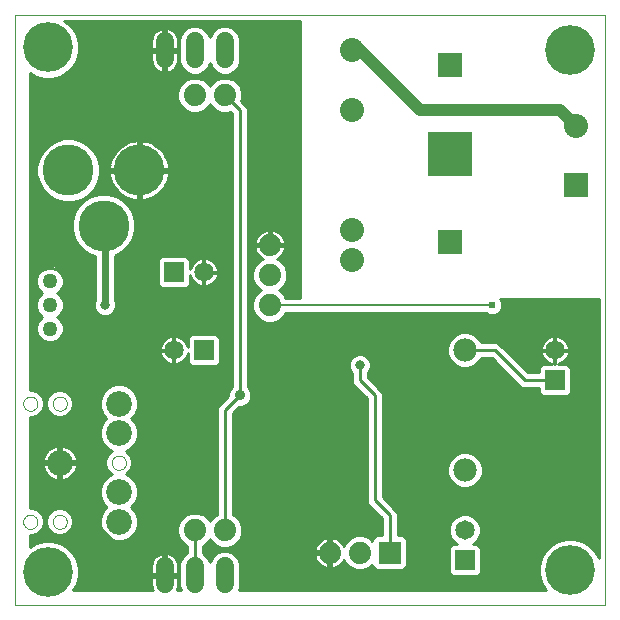
<source format=gbl>
G75*
G70*
%OFA0B0*%
%FSLAX24Y24*%
%IPPOS*%
%LPD*%
%AMOC8*
5,1,8,0,0,1.08239X$1,22.5*
%
%ADD10C,0.0000*%
%ADD11C,0.0800*%
%ADD12C,0.0740*%
%ADD13C,0.0780*%
%ADD14R,0.0650X0.0650*%
%ADD15C,0.0650*%
%ADD16C,0.0860*%
%ADD17R,0.0740X0.0740*%
%ADD18C,0.1700*%
%ADD19C,0.0600*%
%ADD20C,0.0500*%
%ADD21R,0.0800X0.0800*%
%ADD22R,0.0827X0.0827*%
%ADD23R,0.1502X0.1502*%
%ADD24C,0.0317*%
%ADD25C,0.0080*%
%ADD26C,0.0100*%
%ADD27C,0.0356*%
%ADD28C,0.0240*%
%ADD29C,0.1660*%
%ADD30C,0.0240*%
%ADD31C,0.0400*%
D10*
X001750Y000100D02*
X001750Y019785D01*
X021435Y019785D01*
X021435Y000100D01*
X001750Y000100D01*
X002030Y002881D02*
X002032Y002911D01*
X002038Y002941D01*
X002047Y002970D01*
X002060Y002997D01*
X002077Y003022D01*
X002096Y003045D01*
X002119Y003066D01*
X002144Y003083D01*
X002170Y003097D01*
X002199Y003107D01*
X002228Y003114D01*
X002258Y003117D01*
X002289Y003116D01*
X002319Y003111D01*
X002348Y003102D01*
X002375Y003090D01*
X002401Y003075D01*
X002425Y003056D01*
X002446Y003034D01*
X002464Y003010D01*
X002479Y002983D01*
X002490Y002955D01*
X002498Y002926D01*
X002502Y002896D01*
X002502Y002866D01*
X002498Y002836D01*
X002490Y002807D01*
X002479Y002779D01*
X002464Y002752D01*
X002446Y002728D01*
X002425Y002706D01*
X002401Y002687D01*
X002375Y002672D01*
X002348Y002660D01*
X002319Y002651D01*
X002289Y002646D01*
X002258Y002645D01*
X002228Y002648D01*
X002199Y002655D01*
X002170Y002665D01*
X002144Y002679D01*
X002119Y002696D01*
X002096Y002717D01*
X002077Y002740D01*
X002060Y002765D01*
X002047Y002792D01*
X002038Y002821D01*
X002032Y002851D01*
X002030Y002881D01*
X003014Y002881D02*
X003016Y002911D01*
X003022Y002941D01*
X003031Y002970D01*
X003044Y002997D01*
X003061Y003022D01*
X003080Y003045D01*
X003103Y003066D01*
X003128Y003083D01*
X003154Y003097D01*
X003183Y003107D01*
X003212Y003114D01*
X003242Y003117D01*
X003273Y003116D01*
X003303Y003111D01*
X003332Y003102D01*
X003359Y003090D01*
X003385Y003075D01*
X003409Y003056D01*
X003430Y003034D01*
X003448Y003010D01*
X003463Y002983D01*
X003474Y002955D01*
X003482Y002926D01*
X003486Y002896D01*
X003486Y002866D01*
X003482Y002836D01*
X003474Y002807D01*
X003463Y002779D01*
X003448Y002752D01*
X003430Y002728D01*
X003409Y002706D01*
X003385Y002687D01*
X003359Y002672D01*
X003332Y002660D01*
X003303Y002651D01*
X003273Y002646D01*
X003242Y002645D01*
X003212Y002648D01*
X003183Y002655D01*
X003154Y002665D01*
X003128Y002679D01*
X003103Y002696D01*
X003080Y002717D01*
X003061Y002740D01*
X003044Y002765D01*
X003031Y002792D01*
X003022Y002821D01*
X003016Y002851D01*
X003014Y002881D01*
X004983Y004850D02*
X004985Y004880D01*
X004991Y004910D01*
X005000Y004939D01*
X005013Y004966D01*
X005030Y004991D01*
X005049Y005014D01*
X005072Y005035D01*
X005097Y005052D01*
X005123Y005066D01*
X005152Y005076D01*
X005181Y005083D01*
X005211Y005086D01*
X005242Y005085D01*
X005272Y005080D01*
X005301Y005071D01*
X005328Y005059D01*
X005354Y005044D01*
X005378Y005025D01*
X005399Y005003D01*
X005417Y004979D01*
X005432Y004952D01*
X005443Y004924D01*
X005451Y004895D01*
X005455Y004865D01*
X005455Y004835D01*
X005451Y004805D01*
X005443Y004776D01*
X005432Y004748D01*
X005417Y004721D01*
X005399Y004697D01*
X005378Y004675D01*
X005354Y004656D01*
X005328Y004641D01*
X005301Y004629D01*
X005272Y004620D01*
X005242Y004615D01*
X005211Y004614D01*
X005181Y004617D01*
X005152Y004624D01*
X005123Y004634D01*
X005097Y004648D01*
X005072Y004665D01*
X005049Y004686D01*
X005030Y004709D01*
X005013Y004734D01*
X005000Y004761D01*
X004991Y004790D01*
X004985Y004820D01*
X004983Y004850D01*
X003014Y006819D02*
X003016Y006849D01*
X003022Y006879D01*
X003031Y006908D01*
X003044Y006935D01*
X003061Y006960D01*
X003080Y006983D01*
X003103Y007004D01*
X003128Y007021D01*
X003154Y007035D01*
X003183Y007045D01*
X003212Y007052D01*
X003242Y007055D01*
X003273Y007054D01*
X003303Y007049D01*
X003332Y007040D01*
X003359Y007028D01*
X003385Y007013D01*
X003409Y006994D01*
X003430Y006972D01*
X003448Y006948D01*
X003463Y006921D01*
X003474Y006893D01*
X003482Y006864D01*
X003486Y006834D01*
X003486Y006804D01*
X003482Y006774D01*
X003474Y006745D01*
X003463Y006717D01*
X003448Y006690D01*
X003430Y006666D01*
X003409Y006644D01*
X003385Y006625D01*
X003359Y006610D01*
X003332Y006598D01*
X003303Y006589D01*
X003273Y006584D01*
X003242Y006583D01*
X003212Y006586D01*
X003183Y006593D01*
X003154Y006603D01*
X003128Y006617D01*
X003103Y006634D01*
X003080Y006655D01*
X003061Y006678D01*
X003044Y006703D01*
X003031Y006730D01*
X003022Y006759D01*
X003016Y006789D01*
X003014Y006819D01*
X002030Y006819D02*
X002032Y006849D01*
X002038Y006879D01*
X002047Y006908D01*
X002060Y006935D01*
X002077Y006960D01*
X002096Y006983D01*
X002119Y007004D01*
X002144Y007021D01*
X002170Y007035D01*
X002199Y007045D01*
X002228Y007052D01*
X002258Y007055D01*
X002289Y007054D01*
X002319Y007049D01*
X002348Y007040D01*
X002375Y007028D01*
X002401Y007013D01*
X002425Y006994D01*
X002446Y006972D01*
X002464Y006948D01*
X002479Y006921D01*
X002490Y006893D01*
X002498Y006864D01*
X002502Y006834D01*
X002502Y006804D01*
X002498Y006774D01*
X002490Y006745D01*
X002479Y006717D01*
X002464Y006690D01*
X002446Y006666D01*
X002425Y006644D01*
X002401Y006625D01*
X002375Y006610D01*
X002348Y006598D01*
X002319Y006589D01*
X002289Y006584D01*
X002258Y006583D01*
X002228Y006586D01*
X002199Y006593D01*
X002170Y006603D01*
X002144Y006617D01*
X002119Y006634D01*
X002096Y006655D01*
X002077Y006678D01*
X002060Y006703D01*
X002047Y006730D01*
X002038Y006759D01*
X002032Y006789D01*
X002030Y006819D01*
D11*
X013000Y011596D03*
X013000Y012596D03*
X013000Y016596D03*
X013000Y018596D03*
X020450Y016069D03*
D12*
X010250Y012100D03*
X010250Y011100D03*
X010250Y010100D03*
X008750Y017100D03*
X007750Y017100D03*
X007750Y002600D03*
X008750Y002600D03*
X012250Y001850D03*
X013250Y001850D03*
D13*
X016750Y004600D03*
X016750Y008600D03*
D14*
X019750Y007600D03*
X016750Y001600D03*
X008050Y008600D03*
X007050Y011200D03*
D15*
X008050Y011200D03*
X007050Y008600D03*
X016750Y002600D03*
X019750Y008600D03*
D16*
X005219Y006819D03*
X005219Y005834D03*
X003250Y004850D03*
X005219Y003866D03*
X005219Y002881D03*
D17*
X014250Y001850D03*
D18*
X004713Y012750D03*
X005894Y014600D03*
X003531Y014600D03*
D19*
X006750Y018300D02*
X006750Y018900D01*
X007750Y018900D02*
X007750Y018300D01*
X008750Y018300D02*
X008750Y018900D01*
X008750Y001400D02*
X008750Y000800D01*
X007750Y000800D02*
X007750Y001400D01*
X006750Y001400D02*
X006750Y000800D01*
D20*
X002915Y009322D03*
X002915Y010110D03*
X002915Y010897D03*
D21*
X020450Y014100D03*
D22*
X016250Y012194D03*
X016250Y018100D03*
D23*
X016250Y015147D03*
D24*
X014250Y008500D03*
X013250Y008100D03*
X019250Y004600D03*
X004750Y010100D03*
X002750Y016850D03*
D25*
X010250Y010100D02*
X017670Y010100D01*
X019750Y008600D02*
X019750Y008580D01*
X014250Y008500D02*
X014250Y008440D01*
X006710Y001140D02*
X006750Y001100D01*
X006710Y001140D02*
X006150Y001140D01*
X004220Y003070D01*
X003990Y003300D01*
D26*
X004220Y003070D02*
X003270Y004020D01*
X003270Y004820D01*
X003300Y004828D02*
X004772Y004828D01*
X004772Y004761D02*
X004772Y004939D01*
X004840Y005103D01*
X004966Y005228D01*
X004987Y005237D01*
X004856Y005292D01*
X004676Y005472D01*
X004579Y005707D01*
X004579Y005962D01*
X004676Y006197D01*
X004806Y006326D01*
X004676Y006456D01*
X004579Y006691D01*
X004579Y006946D01*
X004676Y007181D01*
X004856Y007361D01*
X005091Y007459D01*
X005346Y007459D01*
X005581Y007361D01*
X005761Y007181D01*
X005859Y006946D01*
X005859Y006691D01*
X005761Y006456D01*
X005631Y006326D01*
X005761Y006197D01*
X005859Y005962D01*
X005859Y005707D01*
X005761Y005472D01*
X005581Y005292D01*
X005450Y005237D01*
X005471Y005228D01*
X005597Y005103D01*
X005665Y004939D01*
X005665Y004761D01*
X005597Y004597D01*
X005471Y004472D01*
X005450Y004463D01*
X005581Y004408D01*
X005761Y004228D01*
X005859Y003993D01*
X005859Y003738D01*
X005761Y003503D01*
X005631Y003374D01*
X005761Y003244D01*
X005859Y003009D01*
X005859Y002754D01*
X005761Y002519D01*
X005581Y002339D01*
X005346Y002241D01*
X005091Y002241D01*
X004856Y002339D01*
X004676Y002519D01*
X004579Y002754D01*
X004579Y003009D01*
X004676Y003244D01*
X004806Y003374D01*
X004676Y003503D01*
X004579Y003738D01*
X004579Y003993D01*
X004676Y004228D01*
X004856Y004408D01*
X004987Y004463D01*
X004966Y004472D01*
X004840Y004597D01*
X004772Y004761D01*
X004785Y004730D02*
X003818Y004730D01*
X003816Y004714D02*
X003829Y004800D01*
X003300Y004800D01*
X003300Y004900D01*
X003829Y004900D01*
X003816Y004986D01*
X003788Y005073D01*
X003746Y005154D01*
X003692Y005228D01*
X003628Y005292D01*
X003554Y005346D01*
X003473Y005388D01*
X003386Y005416D01*
X003300Y005429D01*
X003300Y004900D01*
X003200Y004900D01*
X003200Y005429D01*
X003114Y005416D01*
X003027Y005388D01*
X002946Y005346D01*
X002872Y005292D01*
X002808Y005228D01*
X002754Y005154D01*
X002712Y005073D01*
X002684Y004986D01*
X002671Y004900D01*
X003200Y004900D01*
X003200Y004800D01*
X003300Y004800D01*
X003300Y004271D01*
X003386Y004284D01*
X003473Y004312D01*
X003554Y004354D01*
X003628Y004408D01*
X003692Y004472D01*
X003746Y004546D01*
X003788Y004627D01*
X003816Y004714D01*
X003789Y004631D02*
X004826Y004631D01*
X004905Y004533D02*
X003736Y004533D01*
X003654Y004434D02*
X004918Y004434D01*
X004783Y004336D02*
X003518Y004336D01*
X003300Y004336D02*
X003200Y004336D01*
X003200Y004271D02*
X003200Y004800D01*
X002671Y004800D01*
X002684Y004714D01*
X002712Y004627D01*
X002754Y004546D01*
X002808Y004472D01*
X002872Y004408D01*
X002946Y004354D01*
X003027Y004312D01*
X003114Y004284D01*
X003200Y004271D01*
X003200Y004434D02*
X003300Y004434D01*
X003300Y004533D02*
X003200Y004533D01*
X003200Y004631D02*
X003300Y004631D01*
X003300Y004730D02*
X003200Y004730D01*
X003200Y004828D02*
X002250Y004828D01*
X002250Y004730D02*
X002682Y004730D01*
X002711Y004631D02*
X002250Y004631D01*
X002250Y004533D02*
X002764Y004533D01*
X002846Y004434D02*
X002250Y004434D01*
X002250Y004336D02*
X002982Y004336D01*
X003200Y004927D02*
X003300Y004927D01*
X003300Y005025D02*
X003200Y005025D01*
X003200Y005124D02*
X003300Y005124D01*
X003300Y005222D02*
X003200Y005222D01*
X003200Y005321D02*
X003300Y005321D01*
X003300Y005419D02*
X003200Y005419D01*
X003135Y005419D02*
X002250Y005419D01*
X002250Y005321D02*
X002911Y005321D01*
X002803Y005222D02*
X002250Y005222D01*
X002250Y005124D02*
X002738Y005124D01*
X002697Y005025D02*
X002250Y005025D01*
X002250Y004927D02*
X002675Y004927D01*
X002250Y005518D02*
X004657Y005518D01*
X004616Y005616D02*
X002250Y005616D01*
X002250Y005715D02*
X004579Y005715D01*
X004579Y005813D02*
X002250Y005813D01*
X002250Y005912D02*
X004579Y005912D01*
X004599Y006010D02*
X002250Y006010D01*
X002250Y006109D02*
X004639Y006109D01*
X004686Y006207D02*
X002250Y006207D01*
X002250Y006306D02*
X004785Y006306D01*
X004728Y006404D02*
X003415Y006404D01*
X003339Y006372D02*
X003503Y006440D01*
X003628Y006566D01*
X003696Y006730D01*
X003696Y006907D01*
X003628Y007071D01*
X003503Y007197D01*
X003339Y007265D01*
X003161Y007265D01*
X002997Y007197D01*
X002872Y007071D01*
X002804Y006907D01*
X002804Y006730D01*
X002872Y006566D01*
X002997Y006440D01*
X003161Y006372D01*
X003339Y006372D01*
X003085Y006404D02*
X002431Y006404D01*
X002355Y006372D02*
X002519Y006440D01*
X002644Y006566D01*
X002712Y006730D01*
X002712Y006907D01*
X002644Y007071D01*
X002519Y007197D01*
X002355Y007265D01*
X002250Y007265D01*
X002250Y017840D01*
X002455Y017721D01*
X002719Y017651D01*
X002993Y017651D01*
X003258Y017721D01*
X003495Y017858D01*
X003688Y018052D01*
X003825Y018289D01*
X003896Y018554D01*
X003896Y018827D01*
X003825Y019092D01*
X003688Y019329D01*
X003495Y019523D01*
X003404Y019575D01*
X011250Y019575D01*
X011250Y010350D01*
X010774Y010350D01*
X010742Y010429D01*
X010579Y010592D01*
X010559Y010600D01*
X010579Y010608D01*
X010742Y010771D01*
X010830Y010985D01*
X010830Y011215D01*
X010742Y011429D01*
X010579Y011592D01*
X010479Y011633D01*
X010523Y011655D01*
X010589Y011703D01*
X010647Y011761D01*
X010695Y011827D01*
X010732Y011900D01*
X010757Y011978D01*
X010770Y012059D01*
X010770Y012070D01*
X010280Y012070D01*
X010280Y012130D01*
X010220Y012130D01*
X010220Y012620D01*
X010209Y012620D01*
X010128Y012607D01*
X010050Y012582D01*
X009977Y012545D01*
X009911Y012497D01*
X009853Y012439D01*
X009805Y012373D01*
X009768Y012300D01*
X009743Y012222D01*
X009730Y012141D01*
X009730Y012130D01*
X010220Y012130D01*
X010220Y012070D01*
X009730Y012070D01*
X009730Y012059D01*
X009743Y011978D01*
X009768Y011900D01*
X009805Y011827D01*
X009853Y011761D01*
X009911Y011703D01*
X009977Y011655D01*
X010021Y011633D01*
X009921Y011592D01*
X009758Y011429D01*
X009670Y011215D01*
X009670Y010985D01*
X009758Y010771D01*
X009921Y010608D01*
X009941Y010600D01*
X009921Y010592D01*
X009758Y010429D01*
X009670Y010215D01*
X009670Y009985D01*
X009758Y009771D01*
X009921Y009608D01*
X010135Y009520D01*
X010365Y009520D01*
X010579Y009608D01*
X010742Y009771D01*
X010774Y009850D01*
X017453Y009850D01*
X017483Y009820D01*
X017604Y009770D01*
X017736Y009770D01*
X017857Y009820D01*
X017950Y009913D01*
X018000Y010034D01*
X018000Y010166D01*
X017950Y010287D01*
X017937Y010300D01*
X021225Y010300D01*
X021225Y001675D01*
X021223Y001682D01*
X021086Y001920D01*
X020892Y002113D01*
X020655Y002250D01*
X020391Y002321D01*
X020117Y002321D01*
X019853Y002250D01*
X019615Y002113D01*
X019422Y001920D01*
X019285Y001682D01*
X019214Y001418D01*
X019214Y001144D01*
X019285Y000880D01*
X019422Y000643D01*
X019464Y000600D01*
X009219Y000600D01*
X009260Y000699D01*
X009260Y001501D01*
X009182Y001689D01*
X009039Y001832D01*
X008851Y001910D01*
X008649Y001910D01*
X008461Y001832D01*
X008318Y001689D01*
X008250Y001526D01*
X008182Y001689D01*
X008039Y001832D01*
X008010Y001844D01*
X008010Y002080D01*
X008079Y002108D01*
X008242Y002271D01*
X008250Y002291D01*
X008258Y002271D01*
X008421Y002108D01*
X008635Y002020D01*
X008865Y002020D01*
X009079Y002108D01*
X009242Y002271D01*
X009330Y002485D01*
X009330Y002715D01*
X009242Y002929D01*
X009079Y003092D01*
X009010Y003120D01*
X009010Y006492D01*
X009230Y006712D01*
X009327Y006712D01*
X009470Y006771D01*
X009579Y006880D01*
X009638Y007023D01*
X009638Y007177D01*
X009579Y007320D01*
X009510Y007389D01*
X013093Y007389D01*
X013030Y007453D02*
X013490Y006992D01*
X013490Y003548D01*
X013530Y003453D01*
X013990Y002992D01*
X013990Y002430D01*
X013793Y002430D01*
X013670Y002307D01*
X013670Y002250D01*
X013579Y002342D01*
X013365Y002430D01*
X013135Y002430D01*
X012921Y002342D01*
X012758Y002179D01*
X012717Y002079D01*
X012695Y002123D01*
X012647Y002189D01*
X012589Y002247D01*
X012523Y002295D01*
X012450Y002332D01*
X012372Y002357D01*
X012300Y002369D01*
X012300Y001900D01*
X012200Y001900D01*
X012200Y002369D01*
X012128Y002357D01*
X012050Y002332D01*
X011977Y002295D01*
X011911Y002247D01*
X011853Y002189D01*
X011805Y002123D01*
X011768Y002050D01*
X011743Y001972D01*
X011731Y001900D01*
X012200Y001900D01*
X012200Y001800D01*
X012300Y001800D01*
X012300Y001331D01*
X012372Y001343D01*
X012450Y001368D01*
X012523Y001405D01*
X012589Y001453D01*
X012647Y001511D01*
X012695Y001577D01*
X012717Y001621D01*
X012758Y001521D01*
X012921Y001358D01*
X013135Y001270D01*
X013365Y001270D01*
X013579Y001358D01*
X013670Y001450D01*
X013670Y001393D01*
X013793Y001270D01*
X014707Y001270D01*
X014830Y001393D01*
X014830Y002307D01*
X014707Y002430D01*
X014510Y002430D01*
X014510Y003152D01*
X014470Y003247D01*
X014397Y003320D01*
X014010Y003708D01*
X014010Y007152D01*
X013970Y007247D01*
X013897Y007320D01*
X013510Y007708D01*
X013510Y007839D01*
X013562Y007891D01*
X013618Y008027D01*
X013618Y008173D01*
X013562Y008309D01*
X013459Y008412D01*
X013323Y008468D01*
X013177Y008468D01*
X013041Y008412D01*
X012938Y008309D01*
X012882Y008173D01*
X012882Y008027D01*
X012938Y007891D01*
X012990Y007839D01*
X012990Y007548D01*
X013030Y007453D01*
X013015Y007488D02*
X009510Y007488D01*
X009510Y007586D02*
X012990Y007586D01*
X012990Y007685D02*
X009510Y007685D01*
X009510Y007783D02*
X012990Y007783D01*
X012947Y007882D02*
X009510Y007882D01*
X009510Y007980D02*
X012901Y007980D01*
X012882Y008079D02*
X009510Y008079D01*
X009510Y008177D02*
X012883Y008177D01*
X012924Y008276D02*
X009510Y008276D01*
X009510Y008374D02*
X013003Y008374D01*
X013250Y008100D02*
X013250Y007600D01*
X013750Y007100D01*
X013750Y003600D01*
X014250Y003100D01*
X014250Y001850D01*
X014830Y001873D02*
X016215Y001873D01*
X016215Y001775D02*
X014830Y001775D01*
X014830Y001676D02*
X016215Y001676D01*
X016215Y001578D02*
X014830Y001578D01*
X014830Y001479D02*
X016215Y001479D01*
X016215Y001381D02*
X014817Y001381D01*
X014719Y001282D02*
X016215Y001282D01*
X016215Y001188D02*
X016338Y001065D01*
X017162Y001065D01*
X017285Y001188D01*
X017285Y002012D01*
X017162Y002135D01*
X017025Y002135D01*
X017053Y002146D01*
X017204Y002297D01*
X017285Y002494D01*
X017285Y002706D01*
X017204Y002903D01*
X017053Y003054D01*
X016856Y003135D01*
X016644Y003135D01*
X016447Y003054D01*
X016296Y002903D01*
X016215Y002706D01*
X016215Y002494D01*
X016296Y002297D01*
X016447Y002146D01*
X016475Y002135D01*
X016338Y002135D01*
X016215Y002012D01*
X016215Y001188D01*
X016220Y001184D02*
X009260Y001184D01*
X009260Y001282D02*
X013106Y001282D01*
X012899Y001381D02*
X012474Y001381D01*
X012614Y001479D02*
X012801Y001479D01*
X012735Y001578D02*
X012695Y001578D01*
X012300Y001578D02*
X012200Y001578D01*
X012200Y001676D02*
X012300Y001676D01*
X012300Y001775D02*
X012200Y001775D01*
X012200Y001800D02*
X012200Y001331D01*
X012128Y001343D01*
X012050Y001368D01*
X011977Y001405D01*
X011911Y001453D01*
X011853Y001511D01*
X011805Y001577D01*
X011768Y001650D01*
X011743Y001728D01*
X011731Y001800D01*
X012200Y001800D01*
X012200Y001873D02*
X008941Y001873D01*
X009097Y001775D02*
X011735Y001775D01*
X011760Y001676D02*
X009188Y001676D01*
X009228Y001578D02*
X011805Y001578D01*
X011886Y001479D02*
X009260Y001479D01*
X009260Y001381D02*
X012026Y001381D01*
X012200Y001381D02*
X012300Y001381D01*
X012300Y001479D02*
X012200Y001479D01*
X012200Y001972D02*
X012300Y001972D01*
X012300Y002070D02*
X012200Y002070D01*
X012200Y002169D02*
X012300Y002169D01*
X012300Y002267D02*
X012200Y002267D01*
X012200Y002366D02*
X012300Y002366D01*
X012319Y002366D02*
X012979Y002366D01*
X012847Y002267D02*
X012561Y002267D01*
X012661Y002169D02*
X012754Y002169D01*
X012181Y002366D02*
X009281Y002366D01*
X009321Y002464D02*
X013990Y002464D01*
X013990Y002563D02*
X009330Y002563D01*
X009330Y002661D02*
X013990Y002661D01*
X013990Y002760D02*
X009312Y002760D01*
X009271Y002858D02*
X013990Y002858D01*
X013990Y002957D02*
X009214Y002957D01*
X009115Y003055D02*
X013927Y003055D01*
X013829Y003154D02*
X009010Y003154D01*
X009010Y003252D02*
X013730Y003252D01*
X013632Y003351D02*
X009010Y003351D01*
X009010Y003449D02*
X013533Y003449D01*
X013490Y003548D02*
X009010Y003548D01*
X009010Y003646D02*
X013490Y003646D01*
X013490Y003745D02*
X009010Y003745D01*
X009010Y003843D02*
X013490Y003843D01*
X013490Y003942D02*
X009010Y003942D01*
X009010Y004040D02*
X013490Y004040D01*
X013490Y004139D02*
X009010Y004139D01*
X009010Y004237D02*
X013490Y004237D01*
X013490Y004336D02*
X009010Y004336D01*
X009010Y004434D02*
X013490Y004434D01*
X013490Y004533D02*
X009010Y004533D01*
X009010Y004631D02*
X013490Y004631D01*
X013490Y004730D02*
X009010Y004730D01*
X009010Y004828D02*
X013490Y004828D01*
X013490Y004927D02*
X009010Y004927D01*
X009010Y005025D02*
X013490Y005025D01*
X013490Y005124D02*
X009010Y005124D01*
X009010Y005222D02*
X013490Y005222D01*
X013490Y005321D02*
X009010Y005321D01*
X009010Y005419D02*
X013490Y005419D01*
X013490Y005518D02*
X009010Y005518D01*
X009010Y005616D02*
X013490Y005616D01*
X013490Y005715D02*
X009010Y005715D01*
X009010Y005813D02*
X013490Y005813D01*
X013490Y005912D02*
X009010Y005912D01*
X009010Y006010D02*
X013490Y006010D01*
X013490Y006109D02*
X009010Y006109D01*
X009010Y006207D02*
X013490Y006207D01*
X013490Y006306D02*
X009010Y006306D01*
X009010Y006404D02*
X013490Y006404D01*
X013490Y006503D02*
X009020Y006503D01*
X009119Y006601D02*
X013490Y006601D01*
X013490Y006700D02*
X009217Y006700D01*
X009497Y006798D02*
X013490Y006798D01*
X013490Y006897D02*
X009586Y006897D01*
X009627Y006995D02*
X013487Y006995D01*
X013389Y007094D02*
X009638Y007094D01*
X009632Y007192D02*
X013290Y007192D01*
X013192Y007291D02*
X009591Y007291D01*
X009510Y007389D02*
X009510Y016652D01*
X009470Y016747D01*
X009302Y016916D01*
X009330Y016985D01*
X009330Y017215D01*
X009242Y017429D01*
X009079Y017592D01*
X008865Y017680D01*
X008635Y017680D01*
X008421Y017592D01*
X008258Y017429D01*
X008250Y017409D01*
X008242Y017429D01*
X008079Y017592D01*
X007865Y017680D01*
X007635Y017680D01*
X007421Y017592D01*
X007258Y017429D01*
X007170Y017215D01*
X007170Y016985D01*
X007258Y016771D01*
X007421Y016608D01*
X007635Y016520D01*
X007865Y016520D01*
X008079Y016608D01*
X008242Y016771D01*
X008250Y016791D01*
X008258Y016771D01*
X008421Y016608D01*
X008635Y016520D01*
X008865Y016520D01*
X008934Y016548D01*
X008990Y016492D01*
X008990Y007389D01*
X005514Y007389D01*
X005652Y007291D02*
X008909Y007291D01*
X008921Y007320D02*
X008862Y007177D01*
X008862Y007080D01*
X008603Y006820D01*
X008530Y006747D01*
X008490Y006652D01*
X008490Y003120D01*
X008421Y003092D01*
X008258Y002929D01*
X008250Y002909D01*
X008242Y002929D01*
X008079Y003092D01*
X007865Y003180D01*
X007635Y003180D01*
X007421Y003092D01*
X007258Y002929D01*
X007170Y002715D01*
X007170Y002485D01*
X007258Y002271D01*
X007421Y002108D01*
X007490Y002080D01*
X007490Y001844D01*
X007461Y001832D01*
X007318Y001689D01*
X007240Y001501D01*
X007240Y000699D01*
X007281Y000600D01*
X007153Y000600D01*
X007167Y000627D01*
X007189Y000695D01*
X007200Y000765D01*
X007200Y001050D01*
X006800Y001050D01*
X006800Y001150D01*
X006700Y001150D01*
X006700Y001848D01*
X006645Y001839D01*
X006577Y001817D01*
X006514Y001785D01*
X006457Y001743D01*
X006407Y001693D01*
X006365Y001636D01*
X006333Y001573D01*
X006311Y001505D01*
X006300Y001435D01*
X006300Y001150D01*
X006700Y001150D01*
X006700Y001050D01*
X006300Y001050D01*
X006300Y000765D01*
X006311Y000695D01*
X006333Y000627D01*
X006347Y000600D01*
X003707Y000600D01*
X003825Y000805D01*
X003896Y001069D01*
X003896Y001343D01*
X003825Y001608D01*
X003688Y001845D01*
X003495Y002038D01*
X003258Y002175D01*
X002993Y002246D01*
X002719Y002246D01*
X002455Y002175D01*
X002250Y002057D01*
X002250Y002435D01*
X002355Y002435D01*
X002519Y002503D01*
X002644Y002629D01*
X002712Y002793D01*
X002712Y002970D01*
X002644Y003134D01*
X002519Y003260D01*
X002355Y003328D01*
X002250Y003328D01*
X002250Y006372D01*
X002355Y006372D01*
X002581Y006503D02*
X002935Y006503D01*
X002857Y006601D02*
X002659Y006601D01*
X002699Y006700D02*
X002816Y006700D01*
X002804Y006798D02*
X002712Y006798D01*
X002712Y006897D02*
X002804Y006897D01*
X002840Y006995D02*
X002676Y006995D01*
X002622Y007094D02*
X002894Y007094D01*
X002992Y007192D02*
X002523Y007192D01*
X002250Y007291D02*
X004785Y007291D01*
X004687Y007192D02*
X003508Y007192D01*
X003606Y007094D02*
X004640Y007094D01*
X004599Y006995D02*
X003660Y006995D01*
X003696Y006897D02*
X004579Y006897D01*
X004579Y006798D02*
X003696Y006798D01*
X003684Y006700D02*
X004579Y006700D01*
X004616Y006601D02*
X003643Y006601D01*
X003565Y006503D02*
X004657Y006503D01*
X004923Y007389D02*
X002250Y007389D01*
X002250Y007488D02*
X008990Y007488D01*
X008990Y007586D02*
X002250Y007586D01*
X002250Y007685D02*
X008990Y007685D01*
X008990Y007783D02*
X002250Y007783D01*
X002250Y007882D02*
X008990Y007882D01*
X008990Y007980D02*
X002250Y007980D01*
X002250Y008079D02*
X007624Y008079D01*
X007638Y008065D02*
X008462Y008065D01*
X008585Y008188D01*
X008585Y009012D01*
X008462Y009135D01*
X007638Y009135D01*
X007515Y009012D01*
X007515Y008701D01*
X007513Y008711D01*
X007490Y008782D01*
X007456Y008849D01*
X007412Y008909D01*
X007359Y008962D01*
X007299Y009006D01*
X007232Y009040D01*
X007161Y009063D01*
X007087Y009075D01*
X007069Y009075D01*
X007069Y008619D01*
X007031Y008619D01*
X007031Y009075D01*
X007013Y009075D01*
X006939Y009063D01*
X006868Y009040D01*
X006801Y009006D01*
X006741Y008962D01*
X006688Y008909D01*
X006644Y008849D01*
X006610Y008782D01*
X006587Y008711D01*
X006575Y008637D01*
X006575Y008619D01*
X007031Y008619D01*
X007031Y008581D01*
X007069Y008581D01*
X007069Y008125D01*
X007087Y008125D01*
X007161Y008137D01*
X007232Y008160D01*
X007299Y008194D01*
X007359Y008238D01*
X007412Y008291D01*
X007456Y008351D01*
X007490Y008418D01*
X007513Y008489D01*
X007515Y008499D01*
X007515Y008188D01*
X007638Y008065D01*
X007526Y008177D02*
X007266Y008177D01*
X007397Y008276D02*
X007515Y008276D01*
X007515Y008374D02*
X007468Y008374D01*
X007508Y008473D02*
X007515Y008473D01*
X007495Y008768D02*
X007515Y008768D01*
X007515Y008867D02*
X007443Y008867D01*
X007515Y008965D02*
X007356Y008965D01*
X007160Y009064D02*
X007567Y009064D01*
X007069Y009064D02*
X007031Y009064D01*
X006940Y009064D02*
X003306Y009064D01*
X003305Y009062D02*
X003375Y009231D01*
X003375Y009414D01*
X003305Y009583D01*
X003176Y009712D01*
X003167Y009716D01*
X003176Y009720D01*
X003305Y009849D01*
X003375Y010018D01*
X003375Y010201D01*
X003305Y010370D01*
X003176Y010500D01*
X003167Y010504D01*
X003176Y010507D01*
X003305Y010637D01*
X003375Y010806D01*
X003375Y010989D01*
X003305Y011158D01*
X003176Y011287D01*
X003007Y011357D01*
X002824Y011357D01*
X002655Y011287D01*
X002525Y011158D01*
X002455Y010989D01*
X002455Y010806D01*
X002525Y010637D01*
X002655Y010507D01*
X002664Y010504D01*
X002655Y010500D01*
X002525Y010370D01*
X002455Y010201D01*
X002455Y010018D01*
X002525Y009849D01*
X002655Y009720D01*
X002664Y009716D01*
X002655Y009712D01*
X002525Y009583D01*
X002455Y009414D01*
X002455Y009231D01*
X002525Y009062D01*
X002655Y008932D01*
X002824Y008862D01*
X003007Y008862D01*
X003176Y008932D01*
X003305Y009062D01*
X003347Y009162D02*
X008990Y009162D01*
X008990Y009064D02*
X008533Y009064D01*
X008585Y008965D02*
X008990Y008965D01*
X008990Y008867D02*
X008585Y008867D01*
X008585Y008768D02*
X008990Y008768D01*
X008990Y008670D02*
X008585Y008670D01*
X008585Y008571D02*
X008990Y008571D01*
X008990Y008473D02*
X008585Y008473D01*
X008585Y008374D02*
X008990Y008374D01*
X008990Y008276D02*
X008585Y008276D01*
X008574Y008177D02*
X008990Y008177D01*
X008990Y008079D02*
X008476Y008079D01*
X008990Y007389D02*
X008921Y007320D01*
X008868Y007192D02*
X005750Y007192D01*
X005797Y007094D02*
X008862Y007094D01*
X008777Y006995D02*
X005838Y006995D01*
X005859Y006897D02*
X008679Y006897D01*
X008603Y006820D02*
X008603Y006820D01*
X008580Y006798D02*
X005859Y006798D01*
X005859Y006700D02*
X008510Y006700D01*
X008490Y006601D02*
X005821Y006601D01*
X005780Y006503D02*
X008490Y006503D01*
X008490Y006404D02*
X005709Y006404D01*
X005652Y006306D02*
X008490Y006306D01*
X008490Y006207D02*
X005751Y006207D01*
X005798Y006109D02*
X008490Y006109D01*
X008490Y006010D02*
X005838Y006010D01*
X005859Y005912D02*
X008490Y005912D01*
X008490Y005813D02*
X005859Y005813D01*
X005859Y005715D02*
X008490Y005715D01*
X008490Y005616D02*
X005821Y005616D01*
X005780Y005518D02*
X008490Y005518D01*
X008490Y005419D02*
X005708Y005419D01*
X005610Y005321D02*
X008490Y005321D01*
X008490Y005222D02*
X005478Y005222D01*
X005576Y005124D02*
X008490Y005124D01*
X008490Y005025D02*
X005629Y005025D01*
X005665Y004927D02*
X008490Y004927D01*
X008490Y004828D02*
X005665Y004828D01*
X005652Y004730D02*
X008490Y004730D01*
X008490Y004631D02*
X005611Y004631D01*
X005532Y004533D02*
X008490Y004533D01*
X008490Y004434D02*
X005519Y004434D01*
X005654Y004336D02*
X008490Y004336D01*
X008490Y004237D02*
X005752Y004237D01*
X005798Y004139D02*
X008490Y004139D01*
X008490Y004040D02*
X005839Y004040D01*
X005859Y003942D02*
X008490Y003942D01*
X008490Y003843D02*
X005859Y003843D01*
X005859Y003745D02*
X008490Y003745D01*
X008490Y003646D02*
X005820Y003646D01*
X005779Y003548D02*
X008490Y003548D01*
X008490Y003449D02*
X005707Y003449D01*
X005655Y003351D02*
X008490Y003351D01*
X008490Y003252D02*
X005753Y003252D01*
X005799Y003154D02*
X007571Y003154D01*
X007385Y003055D02*
X005839Y003055D01*
X005859Y002957D02*
X007286Y002957D01*
X007229Y002858D02*
X005859Y002858D01*
X005859Y002760D02*
X007188Y002760D01*
X007170Y002661D02*
X005820Y002661D01*
X005779Y002563D02*
X007170Y002563D01*
X007179Y002464D02*
X005706Y002464D01*
X005608Y002366D02*
X007219Y002366D01*
X007263Y002267D02*
X005407Y002267D01*
X005030Y002267D02*
X002250Y002267D01*
X002250Y002169D02*
X002443Y002169D01*
X002272Y002070D02*
X002250Y002070D01*
X002250Y002366D02*
X004829Y002366D01*
X004731Y002464D02*
X003408Y002464D01*
X003339Y002435D02*
X003503Y002503D01*
X003628Y002629D01*
X003696Y002793D01*
X003696Y002970D01*
X003628Y003134D01*
X003503Y003260D01*
X003339Y003328D01*
X003161Y003328D01*
X002997Y003260D01*
X002872Y003134D01*
X002804Y002970D01*
X002804Y002793D01*
X002872Y002629D01*
X002997Y002503D01*
X003161Y002435D01*
X003339Y002435D01*
X003092Y002464D02*
X002424Y002464D01*
X002578Y002563D02*
X002938Y002563D01*
X002858Y002661D02*
X002657Y002661D01*
X002698Y002760D02*
X002818Y002760D01*
X002804Y002858D02*
X002712Y002858D01*
X002712Y002957D02*
X002804Y002957D01*
X002839Y003055D02*
X002677Y003055D01*
X002625Y003154D02*
X002891Y003154D01*
X002989Y003252D02*
X002526Y003252D01*
X002250Y003351D02*
X004782Y003351D01*
X004730Y003449D02*
X002250Y003449D01*
X002250Y003548D02*
X004658Y003548D01*
X004617Y003646D02*
X002250Y003646D01*
X002250Y003745D02*
X004579Y003745D01*
X004579Y003843D02*
X002250Y003843D01*
X002250Y003942D02*
X004579Y003942D01*
X004598Y004040D02*
X002250Y004040D01*
X002250Y004139D02*
X004639Y004139D01*
X004685Y004237D02*
X002250Y004237D01*
X003511Y003252D02*
X004684Y003252D01*
X004638Y003154D02*
X003609Y003154D01*
X003661Y003055D02*
X004598Y003055D01*
X004579Y002957D02*
X003696Y002957D01*
X003696Y002858D02*
X004579Y002858D01*
X004579Y002760D02*
X003682Y002760D01*
X003642Y002661D02*
X004617Y002661D01*
X004658Y002563D02*
X003562Y002563D01*
X003270Y002169D02*
X007361Y002169D01*
X007490Y002070D02*
X003440Y002070D01*
X003562Y001972D02*
X007490Y001972D01*
X007490Y001873D02*
X003660Y001873D01*
X003729Y001775D02*
X006500Y001775D01*
X006394Y001676D02*
X003786Y001676D01*
X003833Y001578D02*
X006335Y001578D01*
X006307Y001479D02*
X003860Y001479D01*
X003886Y001381D02*
X006300Y001381D01*
X006300Y001282D02*
X003896Y001282D01*
X003896Y001184D02*
X006300Y001184D01*
X006300Y000987D02*
X003874Y000987D01*
X003896Y001085D02*
X006700Y001085D01*
X006700Y001184D02*
X006800Y001184D01*
X006800Y001150D02*
X006800Y001848D01*
X006855Y001839D01*
X006923Y001817D01*
X006986Y001785D01*
X007043Y001743D01*
X007093Y001693D01*
X007135Y001636D01*
X007167Y001573D01*
X007189Y001505D01*
X007200Y001435D01*
X007200Y001150D01*
X006800Y001150D01*
X006800Y001085D02*
X007240Y001085D01*
X007240Y000987D02*
X007200Y000987D01*
X007200Y000888D02*
X007240Y000888D01*
X007240Y000790D02*
X007200Y000790D01*
X007188Y000691D02*
X007243Y000691D01*
X007240Y001184D02*
X007200Y001184D01*
X007200Y001282D02*
X007240Y001282D01*
X007240Y001381D02*
X007200Y001381D01*
X007193Y001479D02*
X007240Y001479D01*
X007272Y001578D02*
X007165Y001578D01*
X007106Y001676D02*
X007312Y001676D01*
X007403Y001775D02*
X007000Y001775D01*
X006800Y001775D02*
X006700Y001775D01*
X006700Y001676D02*
X006800Y001676D01*
X006800Y001578D02*
X006700Y001578D01*
X006700Y001479D02*
X006800Y001479D01*
X006800Y001381D02*
X006700Y001381D01*
X006700Y001282D02*
X006800Y001282D01*
X006300Y000888D02*
X003848Y000888D01*
X003816Y000790D02*
X006300Y000790D01*
X006312Y000691D02*
X003760Y000691D01*
X007750Y001100D02*
X007750Y002600D01*
X008139Y002169D02*
X008361Y002169D01*
X008263Y002267D02*
X008237Y002267D01*
X008010Y002070D02*
X008514Y002070D01*
X008559Y001873D02*
X008010Y001873D01*
X008010Y001972D02*
X011743Y001972D01*
X011778Y002070D02*
X008986Y002070D01*
X009139Y002169D02*
X011839Y002169D01*
X011939Y002267D02*
X009237Y002267D01*
X008750Y002600D02*
X008750Y006600D01*
X009250Y007100D01*
X009250Y016600D01*
X008750Y017100D01*
X008364Y017535D02*
X008136Y017535D01*
X008234Y017436D02*
X008266Y017436D01*
X008521Y017633D02*
X007979Y017633D01*
X007948Y017830D02*
X008552Y017830D01*
X008461Y017868D02*
X008649Y017790D01*
X008851Y017790D01*
X009039Y017868D01*
X009182Y018011D01*
X009260Y018199D01*
X009260Y019001D01*
X009182Y019189D01*
X009039Y019332D01*
X008851Y019410D01*
X008649Y019410D01*
X008461Y019332D01*
X008318Y019189D01*
X008250Y019026D01*
X008182Y019189D01*
X008039Y019332D01*
X007851Y019410D01*
X007649Y019410D01*
X007461Y019332D01*
X007318Y019189D01*
X007240Y019001D01*
X007240Y018199D01*
X007318Y018011D01*
X007461Y017868D01*
X007649Y017790D01*
X007851Y017790D01*
X008039Y017868D01*
X008182Y018011D01*
X008250Y018174D01*
X008318Y018011D01*
X008461Y017868D01*
X008400Y017929D02*
X008100Y017929D01*
X008189Y018027D02*
X008311Y018027D01*
X008270Y018126D02*
X008230Y018126D01*
X007552Y017830D02*
X003446Y017830D01*
X003565Y017929D02*
X006496Y017929D01*
X006514Y017915D02*
X006577Y017883D01*
X006645Y017861D01*
X006700Y017852D01*
X006700Y018550D01*
X006800Y018550D01*
X006800Y018650D01*
X007200Y018650D01*
X007200Y018935D01*
X007189Y019005D01*
X007167Y019073D01*
X007135Y019136D01*
X007093Y019193D01*
X007043Y019243D01*
X006986Y019285D01*
X006923Y019317D01*
X006855Y019339D01*
X006800Y019348D01*
X006800Y018650D01*
X006700Y018650D01*
X006700Y019348D01*
X006645Y019339D01*
X006577Y019317D01*
X006514Y019285D01*
X006457Y019243D01*
X006407Y019193D01*
X006365Y019136D01*
X006333Y019073D01*
X006311Y019005D01*
X006300Y018935D01*
X006300Y018650D01*
X006700Y018650D01*
X006700Y018550D01*
X006300Y018550D01*
X006300Y018265D01*
X006311Y018195D01*
X006333Y018127D01*
X006365Y018064D01*
X006407Y018007D01*
X006457Y017957D01*
X006514Y017915D01*
X006392Y018027D02*
X003663Y018027D01*
X003731Y018126D02*
X006334Y018126D01*
X006306Y018224D02*
X003788Y018224D01*
X003834Y018323D02*
X006300Y018323D01*
X006300Y018421D02*
X003861Y018421D01*
X003887Y018520D02*
X006300Y018520D01*
X006300Y018717D02*
X003896Y018717D01*
X003896Y018815D02*
X006300Y018815D01*
X006300Y018914D02*
X003873Y018914D01*
X003847Y019012D02*
X006313Y019012D01*
X006352Y019111D02*
X003815Y019111D01*
X003758Y019209D02*
X006423Y019209D01*
X006559Y019308D02*
X003701Y019308D01*
X003611Y019406D02*
X007639Y019406D01*
X007861Y019406D02*
X008639Y019406D01*
X008861Y019406D02*
X011250Y019406D01*
X011250Y019308D02*
X009064Y019308D01*
X009162Y019209D02*
X011250Y019209D01*
X011250Y019111D02*
X009215Y019111D01*
X009256Y019012D02*
X011250Y019012D01*
X011250Y018914D02*
X009260Y018914D01*
X009260Y018815D02*
X011250Y018815D01*
X011250Y018717D02*
X009260Y018717D01*
X009260Y018618D02*
X011250Y018618D01*
X011250Y018520D02*
X009260Y018520D01*
X009260Y018421D02*
X011250Y018421D01*
X011250Y018323D02*
X009260Y018323D01*
X009260Y018224D02*
X011250Y018224D01*
X011250Y018126D02*
X009230Y018126D01*
X009189Y018027D02*
X011250Y018027D01*
X011250Y017929D02*
X009100Y017929D01*
X008948Y017830D02*
X011250Y017830D01*
X011250Y017732D02*
X003275Y017732D01*
X002438Y017732D02*
X002250Y017732D01*
X002250Y017830D02*
X002267Y017830D01*
X002250Y017633D02*
X007521Y017633D01*
X007364Y017535D02*
X002250Y017535D01*
X002250Y017436D02*
X007266Y017436D01*
X007221Y017338D02*
X002250Y017338D01*
X002250Y017239D02*
X007180Y017239D01*
X007170Y017141D02*
X002250Y017141D01*
X002250Y017042D02*
X007170Y017042D01*
X007187Y016944D02*
X002250Y016944D01*
X002250Y016845D02*
X007228Y016845D01*
X007283Y016747D02*
X002250Y016747D01*
X002250Y016648D02*
X007382Y016648D01*
X007563Y016550D02*
X002250Y016550D01*
X002250Y016451D02*
X008990Y016451D01*
X008990Y016353D02*
X002250Y016353D01*
X002250Y016254D02*
X008990Y016254D01*
X008990Y016156D02*
X002250Y016156D01*
X002250Y016057D02*
X008990Y016057D01*
X008990Y015959D02*
X002250Y015959D01*
X002250Y015860D02*
X008990Y015860D01*
X008990Y015762D02*
X002250Y015762D01*
X002250Y015663D02*
X008990Y015663D01*
X008990Y015565D02*
X006162Y015565D01*
X006171Y015562D02*
X006061Y015587D01*
X005950Y015600D01*
X005944Y015600D01*
X005944Y014650D01*
X006894Y014650D01*
X006894Y014656D01*
X006881Y014768D01*
X006856Y014877D01*
X006819Y014983D01*
X006770Y015084D01*
X006711Y015180D01*
X006641Y015267D01*
X006561Y015347D01*
X006473Y015417D01*
X006378Y015477D01*
X006277Y015525D01*
X006171Y015562D01*
X005944Y015565D02*
X005844Y015565D01*
X005844Y015600D02*
X005838Y015600D01*
X005726Y015587D01*
X005616Y015562D01*
X005510Y015525D01*
X005409Y015477D01*
X005314Y015417D01*
X005226Y015347D01*
X005147Y015267D01*
X005077Y015180D01*
X005017Y015084D01*
X004968Y014983D01*
X004931Y014877D01*
X004906Y014768D01*
X004894Y014656D01*
X004894Y014650D01*
X005844Y014650D01*
X005844Y015600D01*
X005844Y015466D02*
X005944Y015466D01*
X005944Y015368D02*
X005844Y015368D01*
X005844Y015269D02*
X005944Y015269D01*
X005944Y015171D02*
X005844Y015171D01*
X005844Y015072D02*
X005944Y015072D01*
X005944Y014974D02*
X005844Y014974D01*
X005844Y014875D02*
X005944Y014875D01*
X005944Y014777D02*
X005844Y014777D01*
X005844Y014678D02*
X005944Y014678D01*
X005944Y014650D02*
X005844Y014650D01*
X005844Y014550D01*
X005944Y014550D01*
X005944Y014650D01*
X005944Y014580D02*
X008990Y014580D01*
X008990Y014678D02*
X006891Y014678D01*
X006879Y014777D02*
X008990Y014777D01*
X008990Y014875D02*
X006857Y014875D01*
X006822Y014974D02*
X008990Y014974D01*
X008990Y015072D02*
X006776Y015072D01*
X006716Y015171D02*
X008990Y015171D01*
X008990Y015269D02*
X006639Y015269D01*
X006535Y015368D02*
X008990Y015368D01*
X008990Y015466D02*
X006395Y015466D01*
X005626Y015565D02*
X003981Y015565D01*
X003941Y015588D02*
X003671Y015660D01*
X003392Y015660D01*
X003122Y015588D01*
X002881Y015448D01*
X002683Y015251D01*
X002544Y015009D01*
X002471Y014740D01*
X002471Y014460D01*
X002544Y014191D01*
X002683Y013949D01*
X002881Y013752D01*
X003122Y013612D01*
X003392Y013540D01*
X003671Y013540D01*
X003941Y013612D01*
X004182Y013752D01*
X004380Y013949D01*
X004519Y014191D01*
X004591Y014460D01*
X004591Y014740D01*
X004519Y015009D01*
X004380Y015251D01*
X004182Y015448D01*
X003941Y015588D01*
X004151Y015466D02*
X005392Y015466D01*
X005252Y015368D02*
X004263Y015368D01*
X004362Y015269D02*
X005149Y015269D01*
X005071Y015171D02*
X004426Y015171D01*
X004483Y015072D02*
X005011Y015072D01*
X004965Y014974D02*
X004529Y014974D01*
X004555Y014875D02*
X004931Y014875D01*
X004908Y014777D02*
X004582Y014777D01*
X004591Y014678D02*
X004896Y014678D01*
X004894Y014550D02*
X004894Y014544D01*
X004906Y014432D01*
X004931Y014323D01*
X004968Y014217D01*
X005017Y014116D01*
X005077Y014020D01*
X005147Y013933D01*
X005226Y013853D01*
X005314Y013783D01*
X005409Y013723D01*
X005510Y013675D01*
X005616Y013638D01*
X005726Y013613D01*
X005838Y013600D01*
X005844Y013600D01*
X005844Y014550D01*
X004894Y014550D01*
X004901Y014481D02*
X004591Y014481D01*
X004591Y014580D02*
X005844Y014580D01*
X005844Y014481D02*
X005944Y014481D01*
X005944Y014550D02*
X005944Y013600D01*
X005950Y013600D01*
X006061Y013613D01*
X006171Y013638D01*
X006277Y013675D01*
X006378Y013723D01*
X006473Y013783D01*
X006561Y013853D01*
X006641Y013933D01*
X006711Y014020D01*
X006770Y014116D01*
X006819Y014217D01*
X006856Y014323D01*
X006881Y014432D01*
X006894Y014544D01*
X006894Y014550D01*
X005944Y014550D01*
X005944Y014383D02*
X005844Y014383D01*
X005844Y014284D02*
X005944Y014284D01*
X005944Y014186D02*
X005844Y014186D01*
X005844Y014087D02*
X005944Y014087D01*
X005944Y013989D02*
X005844Y013989D01*
X005844Y013890D02*
X005944Y013890D01*
X005944Y013792D02*
X005844Y013792D01*
X005844Y013693D02*
X005944Y013693D01*
X006315Y013693D02*
X008990Y013693D01*
X008990Y013595D02*
X005367Y013595D01*
X005363Y013598D02*
X005122Y013737D01*
X004852Y013810D01*
X004573Y013810D01*
X004303Y013737D01*
X004062Y013598D01*
X003864Y013400D01*
X003725Y013159D01*
X003653Y012889D01*
X003653Y012610D01*
X003725Y012340D01*
X003864Y012099D01*
X004062Y011901D01*
X004303Y011762D01*
X004420Y011731D01*
X004420Y010266D01*
X004382Y010173D01*
X004382Y010027D01*
X004438Y009891D01*
X004541Y009788D01*
X004677Y009732D01*
X004823Y009732D01*
X004959Y009788D01*
X005062Y009891D01*
X005118Y010027D01*
X005118Y010173D01*
X005080Y010266D01*
X005080Y011751D01*
X005122Y011762D01*
X005363Y011901D01*
X005561Y012099D01*
X005700Y012340D01*
X005773Y012610D01*
X005773Y012889D01*
X005700Y013159D01*
X005561Y013400D01*
X005363Y013598D01*
X005465Y013496D02*
X008990Y013496D01*
X008990Y013398D02*
X005563Y013398D01*
X005619Y013299D02*
X008990Y013299D01*
X008990Y013201D02*
X005676Y013201D01*
X005716Y013102D02*
X008990Y013102D01*
X008990Y013004D02*
X005742Y013004D01*
X005768Y012905D02*
X008990Y012905D01*
X008990Y012807D02*
X005773Y012807D01*
X005773Y012708D02*
X008990Y012708D01*
X008990Y012610D02*
X005772Y012610D01*
X005746Y012511D02*
X008990Y012511D01*
X008990Y012413D02*
X005720Y012413D01*
X005685Y012314D02*
X008990Y012314D01*
X008990Y012216D02*
X005628Y012216D01*
X005571Y012117D02*
X008990Y012117D01*
X008990Y012019D02*
X005481Y012019D01*
X005382Y011920D02*
X008990Y011920D01*
X008990Y011822D02*
X005225Y011822D01*
X005080Y011723D02*
X006626Y011723D01*
X006638Y011735D02*
X006515Y011612D01*
X006515Y010788D01*
X006638Y010665D01*
X007462Y010665D01*
X007585Y010788D01*
X007585Y011099D01*
X007587Y011089D01*
X007610Y011018D01*
X007644Y010951D01*
X007688Y010891D01*
X007741Y010838D01*
X007801Y010794D01*
X007868Y010760D01*
X007939Y010737D01*
X008013Y010725D01*
X008031Y010725D01*
X008031Y011181D01*
X008069Y011181D01*
X008069Y011219D01*
X008525Y011219D01*
X008525Y011237D01*
X008513Y011311D01*
X008490Y011382D01*
X008456Y011449D01*
X008412Y011509D01*
X008359Y011562D01*
X008299Y011606D01*
X008232Y011640D01*
X008161Y011663D01*
X008087Y011675D01*
X008069Y011675D01*
X008069Y011219D01*
X008031Y011219D01*
X008031Y011675D01*
X008013Y011675D01*
X007939Y011663D01*
X007868Y011640D01*
X007801Y011606D01*
X007741Y011562D01*
X007688Y011509D01*
X007644Y011449D01*
X007610Y011382D01*
X007587Y011311D01*
X007585Y011301D01*
X007585Y011612D01*
X007462Y011735D01*
X006638Y011735D01*
X006528Y011625D02*
X005080Y011625D01*
X005080Y011526D02*
X006515Y011526D01*
X006515Y011428D02*
X005080Y011428D01*
X005080Y011329D02*
X006515Y011329D01*
X006515Y011231D02*
X005080Y011231D01*
X005080Y011132D02*
X006515Y011132D01*
X006515Y011034D02*
X005080Y011034D01*
X005080Y010935D02*
X006515Y010935D01*
X006515Y010837D02*
X005080Y010837D01*
X005080Y010738D02*
X006565Y010738D01*
X007535Y010738D02*
X007935Y010738D01*
X008031Y010738D02*
X008069Y010738D01*
X008069Y010725D02*
X008087Y010725D01*
X008161Y010737D01*
X008232Y010760D01*
X008299Y010794D01*
X008359Y010838D01*
X008412Y010891D01*
X008456Y010951D01*
X008490Y011018D01*
X008513Y011089D01*
X008525Y011163D01*
X008525Y011181D01*
X008069Y011181D01*
X008069Y010725D01*
X008165Y010738D02*
X008990Y010738D01*
X008990Y010640D02*
X005080Y010640D01*
X005080Y010541D02*
X008990Y010541D01*
X008990Y010443D02*
X005080Y010443D01*
X005080Y010344D02*
X008990Y010344D01*
X008990Y010246D02*
X005089Y010246D01*
X005118Y010147D02*
X008990Y010147D01*
X008990Y010049D02*
X005118Y010049D01*
X005087Y009950D02*
X008990Y009950D01*
X008990Y009852D02*
X005023Y009852D01*
X004875Y009753D02*
X008990Y009753D01*
X008990Y009655D02*
X003234Y009655D01*
X003209Y009753D02*
X004625Y009753D01*
X004477Y009852D02*
X003306Y009852D01*
X003347Y009950D02*
X004413Y009950D01*
X004382Y010049D02*
X003375Y010049D01*
X003375Y010147D02*
X004382Y010147D01*
X004411Y010246D02*
X003357Y010246D01*
X003316Y010344D02*
X004420Y010344D01*
X004420Y010443D02*
X003233Y010443D01*
X003210Y010541D02*
X004420Y010541D01*
X004420Y010640D02*
X003307Y010640D01*
X003347Y010738D02*
X004420Y010738D01*
X004420Y010837D02*
X003375Y010837D01*
X003375Y010935D02*
X004420Y010935D01*
X004420Y011034D02*
X003357Y011034D01*
X003316Y011132D02*
X004420Y011132D01*
X004420Y011231D02*
X003233Y011231D01*
X003075Y011329D02*
X004420Y011329D01*
X004420Y011428D02*
X002250Y011428D01*
X002250Y011526D02*
X004420Y011526D01*
X004420Y011625D02*
X002250Y011625D01*
X002250Y011723D02*
X004420Y011723D01*
X004200Y011822D02*
X002250Y011822D01*
X002250Y011920D02*
X004043Y011920D01*
X003945Y012019D02*
X002250Y012019D01*
X002250Y012117D02*
X003854Y012117D01*
X003797Y012216D02*
X002250Y012216D01*
X002250Y012314D02*
X003740Y012314D01*
X003706Y012413D02*
X002250Y012413D01*
X002250Y012511D02*
X003679Y012511D01*
X003653Y012610D02*
X002250Y012610D01*
X002250Y012708D02*
X003653Y012708D01*
X003653Y012807D02*
X002250Y012807D01*
X002250Y012905D02*
X003657Y012905D01*
X003683Y013004D02*
X002250Y013004D01*
X002250Y013102D02*
X003710Y013102D01*
X003749Y013201D02*
X002250Y013201D01*
X002250Y013299D02*
X003806Y013299D01*
X003863Y013398D02*
X002250Y013398D01*
X002250Y013496D02*
X003960Y013496D01*
X003875Y013595D02*
X004058Y013595D01*
X004081Y013693D02*
X004227Y013693D01*
X004222Y013792D02*
X004506Y013792D01*
X004321Y013890D02*
X005189Y013890D01*
X005102Y013989D02*
X004402Y013989D01*
X004459Y014087D02*
X005035Y014087D01*
X004983Y014186D02*
X004516Y014186D01*
X004544Y014284D02*
X004945Y014284D01*
X004918Y014383D02*
X004571Y014383D01*
X004920Y013792D02*
X005304Y013792D01*
X005199Y013693D02*
X005472Y013693D01*
X006484Y013792D02*
X008990Y013792D01*
X008990Y013890D02*
X006598Y013890D01*
X006685Y013989D02*
X008990Y013989D01*
X008990Y014087D02*
X006752Y014087D01*
X006804Y014186D02*
X008990Y014186D01*
X008990Y014284D02*
X006843Y014284D01*
X006870Y014383D02*
X008990Y014383D01*
X008990Y014481D02*
X006887Y014481D01*
X007937Y016550D02*
X008563Y016550D01*
X008382Y016648D02*
X008118Y016648D01*
X008217Y016747D02*
X008283Y016747D01*
X009136Y017535D02*
X011250Y017535D01*
X011250Y017633D02*
X008979Y017633D01*
X009234Y017436D02*
X011250Y017436D01*
X011250Y017338D02*
X009279Y017338D01*
X009320Y017239D02*
X011250Y017239D01*
X011250Y017141D02*
X009330Y017141D01*
X009330Y017042D02*
X011250Y017042D01*
X011250Y016944D02*
X009313Y016944D01*
X009373Y016845D02*
X011250Y016845D01*
X011250Y016747D02*
X009471Y016747D01*
X009510Y016648D02*
X011250Y016648D01*
X011250Y016550D02*
X009510Y016550D01*
X009510Y016451D02*
X011250Y016451D01*
X011250Y016353D02*
X009510Y016353D01*
X009510Y016254D02*
X011250Y016254D01*
X011250Y016156D02*
X009510Y016156D01*
X009510Y016057D02*
X011250Y016057D01*
X011250Y015959D02*
X009510Y015959D01*
X009510Y015860D02*
X011250Y015860D01*
X011250Y015762D02*
X009510Y015762D01*
X009510Y015663D02*
X011250Y015663D01*
X011250Y015565D02*
X009510Y015565D01*
X009510Y015466D02*
X011250Y015466D01*
X011250Y015368D02*
X009510Y015368D01*
X009510Y015269D02*
X011250Y015269D01*
X011250Y015171D02*
X009510Y015171D01*
X009510Y015072D02*
X011250Y015072D01*
X011250Y014974D02*
X009510Y014974D01*
X009510Y014875D02*
X011250Y014875D01*
X011250Y014777D02*
X009510Y014777D01*
X009510Y014678D02*
X011250Y014678D01*
X011250Y014580D02*
X009510Y014580D01*
X009510Y014481D02*
X011250Y014481D01*
X011250Y014383D02*
X009510Y014383D01*
X009510Y014284D02*
X011250Y014284D01*
X011250Y014186D02*
X009510Y014186D01*
X009510Y014087D02*
X011250Y014087D01*
X011250Y013989D02*
X009510Y013989D01*
X009510Y013890D02*
X011250Y013890D01*
X011250Y013792D02*
X009510Y013792D01*
X009510Y013693D02*
X011250Y013693D01*
X011250Y013595D02*
X009510Y013595D01*
X009510Y013496D02*
X011250Y013496D01*
X011250Y013398D02*
X009510Y013398D01*
X009510Y013299D02*
X011250Y013299D01*
X011250Y013201D02*
X009510Y013201D01*
X009510Y013102D02*
X011250Y013102D01*
X011250Y013004D02*
X009510Y013004D01*
X009510Y012905D02*
X011250Y012905D01*
X011250Y012807D02*
X009510Y012807D01*
X009510Y012708D02*
X011250Y012708D01*
X011250Y012610D02*
X010357Y012610D01*
X010372Y012607D02*
X010291Y012620D01*
X010280Y012620D01*
X010280Y012130D01*
X010770Y012130D01*
X010770Y012141D01*
X010757Y012222D01*
X010732Y012300D01*
X010695Y012373D01*
X010647Y012439D01*
X010589Y012497D01*
X010523Y012545D01*
X010450Y012582D01*
X010372Y012607D01*
X010280Y012610D02*
X010220Y012610D01*
X010143Y012610D02*
X009510Y012610D01*
X009510Y012511D02*
X009931Y012511D01*
X009834Y012413D02*
X009510Y012413D01*
X009510Y012314D02*
X009775Y012314D01*
X009742Y012216D02*
X009510Y012216D01*
X009510Y012117D02*
X010220Y012117D01*
X010280Y012117D02*
X011250Y012117D01*
X011250Y012019D02*
X010764Y012019D01*
X010738Y011920D02*
X011250Y011920D01*
X011250Y011822D02*
X010690Y011822D01*
X010608Y011723D02*
X011250Y011723D01*
X011250Y011625D02*
X010499Y011625D01*
X010644Y011526D02*
X011250Y011526D01*
X011250Y011428D02*
X010742Y011428D01*
X010783Y011329D02*
X011250Y011329D01*
X011250Y011231D02*
X010824Y011231D01*
X010830Y011132D02*
X011250Y011132D01*
X011250Y011034D02*
X010830Y011034D01*
X010809Y010935D02*
X011250Y010935D01*
X011250Y010837D02*
X010769Y010837D01*
X010708Y010738D02*
X011250Y010738D01*
X011250Y010640D02*
X010610Y010640D01*
X010629Y010541D02*
X011250Y010541D01*
X011250Y010443D02*
X010728Y010443D01*
X010723Y009753D02*
X021225Y009753D01*
X021225Y009655D02*
X010625Y009655D01*
X010452Y009556D02*
X021225Y009556D01*
X021225Y009458D02*
X009510Y009458D01*
X009510Y009556D02*
X010048Y009556D01*
X009875Y009655D02*
X009510Y009655D01*
X009510Y009753D02*
X009777Y009753D01*
X009725Y009852D02*
X009510Y009852D01*
X009510Y009950D02*
X009684Y009950D01*
X009670Y010049D02*
X009510Y010049D01*
X009510Y010147D02*
X009670Y010147D01*
X009682Y010246D02*
X009510Y010246D01*
X009510Y010344D02*
X009723Y010344D01*
X009772Y010443D02*
X009510Y010443D01*
X009510Y010541D02*
X009871Y010541D01*
X009890Y010640D02*
X009510Y010640D01*
X009510Y010738D02*
X009792Y010738D01*
X009731Y010837D02*
X009510Y010837D01*
X009510Y010935D02*
X009691Y010935D01*
X009670Y011034D02*
X009510Y011034D01*
X009510Y011132D02*
X009670Y011132D01*
X009676Y011231D02*
X009510Y011231D01*
X009510Y011329D02*
X009717Y011329D01*
X009758Y011428D02*
X009510Y011428D01*
X009510Y011526D02*
X009856Y011526D01*
X010001Y011625D02*
X009510Y011625D01*
X009510Y011723D02*
X009892Y011723D01*
X009810Y011822D02*
X009510Y011822D01*
X009510Y011920D02*
X009762Y011920D01*
X009736Y012019D02*
X009510Y012019D01*
X008990Y011723D02*
X007474Y011723D01*
X007572Y011625D02*
X007837Y011625D01*
X007704Y011526D02*
X007585Y011526D01*
X007585Y011428D02*
X007633Y011428D01*
X007592Y011329D02*
X007585Y011329D01*
X007585Y011034D02*
X007605Y011034D01*
X007585Y010935D02*
X007655Y010935D01*
X007585Y010837D02*
X007742Y010837D01*
X008031Y010837D02*
X008069Y010837D01*
X008069Y010935D02*
X008031Y010935D01*
X008031Y011034D02*
X008069Y011034D01*
X008069Y011132D02*
X008031Y011132D01*
X008031Y011231D02*
X008069Y011231D01*
X008069Y011329D02*
X008031Y011329D01*
X008031Y011428D02*
X008069Y011428D01*
X008069Y011526D02*
X008031Y011526D01*
X008031Y011625D02*
X008069Y011625D01*
X008263Y011625D02*
X008990Y011625D01*
X008990Y011526D02*
X008396Y011526D01*
X008467Y011428D02*
X008990Y011428D01*
X008990Y011329D02*
X008508Y011329D01*
X008525Y011231D02*
X008990Y011231D01*
X008990Y011132D02*
X008520Y011132D01*
X008495Y011034D02*
X008990Y011034D01*
X008990Y010935D02*
X008445Y010935D01*
X008358Y010837D02*
X008990Y010837D01*
X008990Y009556D02*
X003317Y009556D01*
X003357Y009458D02*
X008990Y009458D01*
X008990Y009359D02*
X003375Y009359D01*
X003375Y009261D02*
X008990Y009261D01*
X009510Y009261D02*
X021225Y009261D01*
X021225Y009359D02*
X009510Y009359D01*
X009510Y009162D02*
X016539Y009162D01*
X016631Y009200D02*
X016410Y009109D01*
X016241Y008940D01*
X016150Y008719D01*
X016150Y008481D01*
X016241Y008260D01*
X016410Y008091D01*
X016631Y008000D01*
X016869Y008000D01*
X017090Y008091D01*
X017259Y008260D01*
X017292Y008340D01*
X017642Y008340D01*
X018530Y007453D01*
X018603Y007380D01*
X018698Y007340D01*
X019215Y007340D01*
X019215Y007188D01*
X019338Y007065D01*
X020162Y007065D01*
X020285Y007188D01*
X020285Y008012D01*
X020162Y008135D01*
X019851Y008135D01*
X019861Y008137D01*
X019932Y008160D01*
X019999Y008194D01*
X020059Y008238D01*
X020112Y008291D01*
X020156Y008351D01*
X020190Y008418D01*
X020213Y008489D01*
X020225Y008563D01*
X020225Y008581D01*
X019769Y008581D01*
X019769Y008619D01*
X019731Y008619D01*
X019731Y009075D01*
X019713Y009075D01*
X019639Y009063D01*
X019568Y009040D01*
X019501Y009006D01*
X019441Y008962D01*
X019388Y008909D01*
X019344Y008849D01*
X019310Y008782D01*
X019287Y008711D01*
X019275Y008637D01*
X019275Y008619D01*
X019731Y008619D01*
X019731Y008581D01*
X019275Y008581D01*
X019275Y008563D01*
X019287Y008489D01*
X019310Y008418D01*
X019344Y008351D01*
X019388Y008291D01*
X019441Y008238D01*
X019501Y008194D01*
X019568Y008160D01*
X019639Y008137D01*
X019649Y008135D01*
X019338Y008135D01*
X019215Y008012D01*
X019215Y007860D01*
X018858Y007860D01*
X017897Y008820D01*
X017802Y008860D01*
X017292Y008860D01*
X017259Y008940D01*
X017090Y009109D01*
X016869Y009200D01*
X016631Y009200D01*
X016365Y009064D02*
X009510Y009064D01*
X009510Y008965D02*
X016266Y008965D01*
X016211Y008867D02*
X009510Y008867D01*
X009510Y008768D02*
X016170Y008768D01*
X016150Y008670D02*
X009510Y008670D01*
X009510Y008571D02*
X016150Y008571D01*
X016153Y008473D02*
X009510Y008473D01*
X007069Y008473D02*
X007031Y008473D01*
X007031Y008571D02*
X007069Y008571D01*
X007031Y008581D02*
X007031Y008125D01*
X007013Y008125D01*
X006939Y008137D01*
X006868Y008160D01*
X006801Y008194D01*
X006741Y008238D01*
X006688Y008291D01*
X006644Y008351D01*
X006610Y008418D01*
X006587Y008489D01*
X006575Y008563D01*
X006575Y008581D01*
X007031Y008581D01*
X007031Y008670D02*
X007069Y008670D01*
X007069Y008768D02*
X007031Y008768D01*
X007031Y008867D02*
X007069Y008867D01*
X007069Y008965D02*
X007031Y008965D01*
X006744Y008965D02*
X003208Y008965D01*
X003017Y008867D02*
X006657Y008867D01*
X006605Y008768D02*
X002250Y008768D01*
X002250Y008670D02*
X006580Y008670D01*
X006575Y008571D02*
X002250Y008571D01*
X002250Y008473D02*
X006592Y008473D01*
X006632Y008374D02*
X002250Y008374D01*
X002250Y008276D02*
X006703Y008276D01*
X006834Y008177D02*
X002250Y008177D01*
X002250Y008867D02*
X002814Y008867D01*
X002622Y008965D02*
X002250Y008965D01*
X002250Y009064D02*
X002525Y009064D01*
X002484Y009162D02*
X002250Y009162D01*
X002250Y009261D02*
X002455Y009261D01*
X002455Y009359D02*
X002250Y009359D01*
X002250Y009458D02*
X002473Y009458D01*
X002514Y009556D02*
X002250Y009556D01*
X002250Y009655D02*
X002597Y009655D01*
X002622Y009753D02*
X002250Y009753D01*
X002250Y009852D02*
X002524Y009852D01*
X002484Y009950D02*
X002250Y009950D01*
X002250Y010049D02*
X002455Y010049D01*
X002455Y010147D02*
X002250Y010147D01*
X002250Y010246D02*
X002474Y010246D01*
X002514Y010344D02*
X002250Y010344D01*
X002250Y010443D02*
X002598Y010443D01*
X002621Y010541D02*
X002250Y010541D01*
X002250Y010640D02*
X002524Y010640D01*
X002483Y010738D02*
X002250Y010738D01*
X002250Y010837D02*
X002455Y010837D01*
X002455Y010935D02*
X002250Y010935D01*
X002250Y011034D02*
X002474Y011034D01*
X002515Y011132D02*
X002250Y011132D01*
X002250Y011231D02*
X002598Y011231D01*
X002756Y011329D02*
X002250Y011329D01*
X002250Y013595D02*
X003188Y013595D01*
X002982Y013693D02*
X002250Y013693D01*
X002250Y013792D02*
X002841Y013792D01*
X002742Y013890D02*
X002250Y013890D01*
X002250Y013989D02*
X002661Y013989D01*
X002604Y014087D02*
X002250Y014087D01*
X002250Y014186D02*
X002547Y014186D01*
X002519Y014284D02*
X002250Y014284D01*
X002250Y014383D02*
X002492Y014383D01*
X002471Y014481D02*
X002250Y014481D01*
X002250Y014580D02*
X002471Y014580D01*
X002471Y014678D02*
X002250Y014678D01*
X002250Y014777D02*
X002481Y014777D01*
X002508Y014875D02*
X002250Y014875D01*
X002250Y014974D02*
X002534Y014974D01*
X002580Y015072D02*
X002250Y015072D01*
X002250Y015171D02*
X002637Y015171D01*
X002701Y015269D02*
X002250Y015269D01*
X002250Y015368D02*
X002800Y015368D01*
X002912Y015466D02*
X002250Y015466D01*
X002250Y015565D02*
X003082Y015565D01*
X003896Y018618D02*
X006700Y018618D01*
X006700Y018520D02*
X006800Y018520D01*
X006800Y018550D02*
X006800Y017852D01*
X006855Y017861D01*
X006923Y017883D01*
X006986Y017915D01*
X007043Y017957D01*
X007093Y018007D01*
X007135Y018064D01*
X007167Y018127D01*
X007189Y018195D01*
X007200Y018265D01*
X007200Y018550D01*
X006800Y018550D01*
X006800Y018618D02*
X007240Y018618D01*
X007240Y018520D02*
X007200Y018520D01*
X007200Y018421D02*
X007240Y018421D01*
X007240Y018323D02*
X007200Y018323D01*
X007194Y018224D02*
X007240Y018224D01*
X007270Y018126D02*
X007166Y018126D01*
X007108Y018027D02*
X007311Y018027D01*
X007400Y017929D02*
X007004Y017929D01*
X006800Y017929D02*
X006700Y017929D01*
X006700Y018027D02*
X006800Y018027D01*
X006800Y018126D02*
X006700Y018126D01*
X006700Y018224D02*
X006800Y018224D01*
X006800Y018323D02*
X006700Y018323D01*
X006700Y018421D02*
X006800Y018421D01*
X006800Y018717D02*
X006700Y018717D01*
X006700Y018815D02*
X006800Y018815D01*
X006800Y018914D02*
X006700Y018914D01*
X006700Y019012D02*
X006800Y019012D01*
X006800Y019111D02*
X006700Y019111D01*
X006700Y019209D02*
X006800Y019209D01*
X006800Y019308D02*
X006700Y019308D01*
X006941Y019308D02*
X007436Y019308D01*
X007338Y019209D02*
X007077Y019209D01*
X007148Y019111D02*
X007285Y019111D01*
X007244Y019012D02*
X007187Y019012D01*
X007200Y018914D02*
X007240Y018914D01*
X007240Y018815D02*
X007200Y018815D01*
X007200Y018717D02*
X007240Y018717D01*
X008064Y019308D02*
X008436Y019308D01*
X008338Y019209D02*
X008162Y019209D01*
X008215Y019111D02*
X008285Y019111D01*
X011250Y019505D02*
X003513Y019505D01*
X010220Y012511D02*
X010280Y012511D01*
X010280Y012413D02*
X010220Y012413D01*
X010220Y012314D02*
X010280Y012314D01*
X010280Y012216D02*
X010220Y012216D01*
X010569Y012511D02*
X011250Y012511D01*
X011250Y012413D02*
X010666Y012413D01*
X010725Y012314D02*
X011250Y012314D01*
X011250Y012216D02*
X010758Y012216D01*
X013497Y008374D02*
X016194Y008374D01*
X016235Y008276D02*
X013576Y008276D01*
X013617Y008177D02*
X016324Y008177D01*
X016441Y008079D02*
X013618Y008079D01*
X013599Y007980D02*
X018002Y007980D01*
X017904Y008079D02*
X017059Y008079D01*
X017176Y008177D02*
X017805Y008177D01*
X017707Y008276D02*
X017265Y008276D01*
X017750Y008600D02*
X016750Y008600D01*
X017289Y008867D02*
X019357Y008867D01*
X019305Y008768D02*
X017950Y008768D01*
X018048Y008670D02*
X019280Y008670D01*
X019275Y008571D02*
X018147Y008571D01*
X018245Y008473D02*
X019292Y008473D01*
X019332Y008374D02*
X018344Y008374D01*
X018442Y008276D02*
X019403Y008276D01*
X019534Y008177D02*
X018541Y008177D01*
X018639Y008079D02*
X019282Y008079D01*
X019215Y007980D02*
X018738Y007980D01*
X018836Y007882D02*
X019215Y007882D01*
X018750Y007600D02*
X019750Y007600D01*
X020285Y007586D02*
X021225Y007586D01*
X021225Y007488D02*
X020285Y007488D01*
X020285Y007389D02*
X021225Y007389D01*
X021225Y007291D02*
X020285Y007291D01*
X020285Y007192D02*
X021225Y007192D01*
X021225Y007094D02*
X020191Y007094D01*
X020285Y007685D02*
X021225Y007685D01*
X021225Y007783D02*
X020285Y007783D01*
X020285Y007882D02*
X021225Y007882D01*
X021225Y007980D02*
X020285Y007980D01*
X020218Y008079D02*
X021225Y008079D01*
X021225Y008177D02*
X019966Y008177D01*
X020097Y008276D02*
X021225Y008276D01*
X021225Y008374D02*
X020168Y008374D01*
X020208Y008473D02*
X021225Y008473D01*
X021225Y008571D02*
X020225Y008571D01*
X020225Y008619D02*
X020225Y008637D01*
X020213Y008711D01*
X020190Y008782D01*
X020156Y008849D01*
X020112Y008909D01*
X020059Y008962D01*
X019999Y009006D01*
X019932Y009040D01*
X019861Y009063D01*
X019787Y009075D01*
X019769Y009075D01*
X019769Y008619D01*
X020225Y008619D01*
X020220Y008670D02*
X021225Y008670D01*
X021225Y008768D02*
X020195Y008768D01*
X020143Y008867D02*
X021225Y008867D01*
X021225Y008965D02*
X020056Y008965D01*
X019860Y009064D02*
X021225Y009064D01*
X021225Y009162D02*
X016961Y009162D01*
X017135Y009064D02*
X019640Y009064D01*
X019731Y009064D02*
X019769Y009064D01*
X019769Y008965D02*
X019731Y008965D01*
X019731Y008867D02*
X019769Y008867D01*
X019769Y008768D02*
X019731Y008768D01*
X019731Y008670D02*
X019769Y008670D01*
X019769Y008581D02*
X019769Y008135D01*
X019731Y008135D01*
X019731Y008581D01*
X019769Y008581D01*
X019769Y008571D02*
X019731Y008571D01*
X019731Y008473D02*
X019769Y008473D01*
X019769Y008374D02*
X019731Y008374D01*
X019731Y008276D02*
X019769Y008276D01*
X019769Y008177D02*
X019731Y008177D01*
X019444Y008965D02*
X017234Y008965D01*
X017750Y008600D02*
X018750Y007600D01*
X018593Y007389D02*
X013829Y007389D01*
X013927Y007291D02*
X019215Y007291D01*
X019215Y007192D02*
X013993Y007192D01*
X014010Y007094D02*
X019309Y007094D01*
X018495Y007488D02*
X013730Y007488D01*
X013632Y007586D02*
X018396Y007586D01*
X018298Y007685D02*
X013533Y007685D01*
X013510Y007783D02*
X018199Y007783D01*
X018101Y007882D02*
X013553Y007882D01*
X014010Y006995D02*
X021225Y006995D01*
X021225Y006897D02*
X014010Y006897D01*
X014010Y006798D02*
X021225Y006798D01*
X021225Y006700D02*
X014010Y006700D01*
X014010Y006601D02*
X021225Y006601D01*
X021225Y006503D02*
X014010Y006503D01*
X014010Y006404D02*
X021225Y006404D01*
X021225Y006306D02*
X014010Y006306D01*
X014010Y006207D02*
X021225Y006207D01*
X021225Y006109D02*
X014010Y006109D01*
X014010Y006010D02*
X021225Y006010D01*
X021225Y005912D02*
X014010Y005912D01*
X014010Y005813D02*
X021225Y005813D01*
X021225Y005715D02*
X014010Y005715D01*
X014010Y005616D02*
X021225Y005616D01*
X021225Y005518D02*
X014010Y005518D01*
X014010Y005419D02*
X021225Y005419D01*
X021225Y005321D02*
X014010Y005321D01*
X014010Y005222D02*
X021225Y005222D01*
X021225Y005124D02*
X017054Y005124D01*
X017090Y005109D02*
X016869Y005200D01*
X016631Y005200D01*
X016410Y005109D01*
X016241Y004940D01*
X016150Y004719D01*
X016150Y004481D01*
X016241Y004260D01*
X016410Y004091D01*
X016631Y004000D01*
X016869Y004000D01*
X017090Y004091D01*
X017259Y004260D01*
X017350Y004481D01*
X017350Y004719D01*
X017259Y004940D01*
X017090Y005109D01*
X017174Y005025D02*
X021225Y005025D01*
X021225Y004927D02*
X017264Y004927D01*
X017305Y004828D02*
X021225Y004828D01*
X021225Y004730D02*
X017346Y004730D01*
X017350Y004631D02*
X021225Y004631D01*
X021225Y004533D02*
X017350Y004533D01*
X017331Y004434D02*
X021225Y004434D01*
X021225Y004336D02*
X017290Y004336D01*
X017236Y004237D02*
X021225Y004237D01*
X021225Y004139D02*
X017137Y004139D01*
X016966Y004040D02*
X021225Y004040D01*
X021225Y003942D02*
X014010Y003942D01*
X014010Y004040D02*
X016534Y004040D01*
X016363Y004139D02*
X014010Y004139D01*
X014010Y004237D02*
X016264Y004237D01*
X016210Y004336D02*
X014010Y004336D01*
X014010Y004434D02*
X016169Y004434D01*
X016150Y004533D02*
X014010Y004533D01*
X014010Y004631D02*
X016150Y004631D01*
X016154Y004730D02*
X014010Y004730D01*
X014010Y004828D02*
X016195Y004828D01*
X016236Y004927D02*
X014010Y004927D01*
X014010Y005025D02*
X016326Y005025D01*
X016446Y005124D02*
X014010Y005124D01*
X014010Y003843D02*
X021225Y003843D01*
X021225Y003745D02*
X014010Y003745D01*
X014072Y003646D02*
X021225Y003646D01*
X021225Y003548D02*
X014170Y003548D01*
X014269Y003449D02*
X021225Y003449D01*
X021225Y003351D02*
X014367Y003351D01*
X014466Y003252D02*
X021225Y003252D01*
X021225Y003154D02*
X014509Y003154D01*
X014510Y003055D02*
X016450Y003055D01*
X016350Y002957D02*
X014510Y002957D01*
X014510Y002858D02*
X016278Y002858D01*
X016237Y002760D02*
X014510Y002760D01*
X014510Y002661D02*
X016215Y002661D01*
X016215Y002563D02*
X014510Y002563D01*
X014510Y002464D02*
X016227Y002464D01*
X016268Y002366D02*
X014771Y002366D01*
X014830Y002267D02*
X016326Y002267D01*
X016425Y002169D02*
X014830Y002169D01*
X014830Y002070D02*
X016273Y002070D01*
X016215Y001972D02*
X014830Y001972D01*
X013729Y002366D02*
X013521Y002366D01*
X013653Y002267D02*
X013670Y002267D01*
X013683Y001381D02*
X013601Y001381D01*
X013781Y001282D02*
X013394Y001282D01*
X016318Y001085D02*
X009260Y001085D01*
X009260Y000987D02*
X019256Y000987D01*
X019230Y001085D02*
X017182Y001085D01*
X017280Y001184D02*
X019214Y001184D01*
X019214Y001282D02*
X017285Y001282D01*
X017285Y001381D02*
X019214Y001381D01*
X019230Y001479D02*
X017285Y001479D01*
X017285Y001578D02*
X019257Y001578D01*
X019283Y001676D02*
X017285Y001676D01*
X017285Y001775D02*
X019338Y001775D01*
X019395Y001873D02*
X017285Y001873D01*
X017285Y001972D02*
X019474Y001972D01*
X019572Y002070D02*
X017227Y002070D01*
X017075Y002169D02*
X019711Y002169D01*
X019915Y002267D02*
X017174Y002267D01*
X017232Y002366D02*
X021225Y002366D01*
X021225Y002464D02*
X017273Y002464D01*
X017285Y002563D02*
X021225Y002563D01*
X021225Y002661D02*
X017285Y002661D01*
X017263Y002760D02*
X021225Y002760D01*
X021225Y002858D02*
X017222Y002858D01*
X017150Y002957D02*
X021225Y002957D01*
X021225Y003055D02*
X017050Y003055D01*
X019283Y000888D02*
X009260Y000888D01*
X009260Y000790D02*
X019337Y000790D01*
X019394Y000691D02*
X009257Y000691D01*
X008272Y001578D02*
X008228Y001578D01*
X008188Y001676D02*
X008312Y001676D01*
X008403Y001775D02*
X008097Y001775D01*
X008214Y002957D02*
X008286Y002957D01*
X008385Y003055D02*
X008115Y003055D01*
X007929Y003154D02*
X008490Y003154D01*
X004959Y005222D02*
X003697Y005222D01*
X003762Y005124D02*
X004861Y005124D01*
X004808Y005025D02*
X003803Y005025D01*
X003825Y004927D02*
X004772Y004927D01*
X004827Y005321D02*
X003589Y005321D01*
X003365Y005419D02*
X004729Y005419D01*
X007031Y008177D02*
X007069Y008177D01*
X007069Y008276D02*
X007031Y008276D01*
X007031Y008374D02*
X007069Y008374D01*
X017888Y009852D02*
X021225Y009852D01*
X021225Y009950D02*
X017965Y009950D01*
X018000Y010049D02*
X021225Y010049D01*
X021225Y010147D02*
X018000Y010147D01*
X017967Y010246D02*
X021225Y010246D01*
X021225Y002267D02*
X020592Y002267D01*
X020797Y002169D02*
X021225Y002169D01*
X021225Y002070D02*
X020936Y002070D01*
X021034Y001972D02*
X021225Y001972D01*
X021225Y001873D02*
X021113Y001873D01*
X021170Y001775D02*
X021225Y001775D01*
X021225Y001676D02*
X021225Y001676D01*
D27*
X013250Y005000D03*
X013350Y006400D03*
X009250Y007100D03*
X007750Y006100D03*
D28*
X017670Y010100D03*
D29*
X020254Y018604D03*
X002856Y018691D03*
X002856Y001206D03*
X020254Y001281D03*
D30*
X004750Y010100D02*
X004750Y012250D01*
X004713Y012750D01*
D31*
X013000Y018596D02*
X013254Y018596D01*
X015250Y016600D01*
X019919Y016600D01*
X020450Y016069D01*
M02*

</source>
